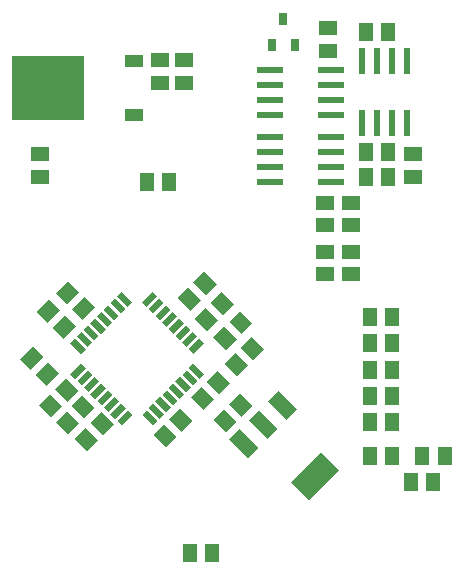
<source format=gbr>
G04 EAGLE Gerber RS-274X export*
G75*
%MOMM*%
%FSLAX34Y34*%
%LPD*%
%INSolderpaste Bottom*%
%IPPOS*%
%AMOC8*
5,1,8,0,0,1.08239X$1,22.5*%
G01*
%ADD10R,1.300000X1.500000*%
%ADD11R,1.500000X1.300000*%
%ADD12R,2.200000X0.600000*%
%ADD13R,0.600000X2.200000*%
%ADD14R,1.270000X0.558800*%
%ADD15R,0.558800X1.270000*%
%ADD16R,0.700000X1.000000*%
%ADD17R,6.200000X5.400000*%
%ADD18R,1.600000X1.000000*%
%ADD19R,1.219200X2.235200*%
%ADD20R,3.600000X2.200000*%


D10*
X428600Y228600D03*
X409600Y228600D03*
X428600Y206375D03*
X409600Y206375D03*
X428600Y184150D03*
X409600Y184150D03*
X428600Y161925D03*
X409600Y161925D03*
D11*
X371475Y284138D03*
X371475Y265138D03*
X393700Y284138D03*
X393700Y265138D03*
X371475Y306413D03*
X371475Y325413D03*
D10*
X220688Y342900D03*
X239688Y342900D03*
D12*
X324838Y412750D03*
X376838Y412750D03*
X324838Y400050D03*
X324838Y425450D03*
X324838Y438150D03*
X376838Y400050D03*
X376838Y425450D03*
X376838Y438150D03*
D10*
X473050Y111125D03*
X454050Y111125D03*
X463525Y88900D03*
X444525Y88900D03*
D12*
X324838Y355600D03*
X376838Y355600D03*
X324838Y342900D03*
X324838Y368300D03*
X324838Y381000D03*
X376838Y342900D03*
X376838Y368300D03*
X376838Y381000D03*
D10*
X406425Y469900D03*
X425425Y469900D03*
D11*
X393700Y306413D03*
X393700Y325413D03*
D10*
X425425Y347663D03*
X406425Y347663D03*
X406425Y368300D03*
X425425Y368300D03*
D11*
X446088Y347688D03*
X446088Y366688D03*
D13*
X415925Y445100D03*
X415925Y393100D03*
X403225Y445100D03*
X428625Y445100D03*
X441325Y445100D03*
X403225Y393100D03*
X428625Y393100D03*
X441325Y393100D03*
D10*
G36*
X157156Y153475D02*
X166348Y162667D01*
X176954Y152061D01*
X167762Y142869D01*
X157156Y153475D01*
G37*
G36*
X143721Y140039D02*
X152913Y149231D01*
X163519Y138625D01*
X154327Y129433D01*
X143721Y140039D01*
G37*
G36*
X246069Y127513D02*
X236877Y118321D01*
X226271Y128927D01*
X235463Y138119D01*
X246069Y127513D01*
G37*
G36*
X259504Y140948D02*
X250312Y131756D01*
X239706Y142362D01*
X248898Y151554D01*
X259504Y140948D01*
G37*
G36*
X266707Y243400D02*
X257515Y234208D01*
X246909Y244814D01*
X256101Y254006D01*
X266707Y243400D01*
G37*
G36*
X280142Y256836D02*
X270950Y247644D01*
X260344Y258250D01*
X269536Y267442D01*
X280142Y256836D01*
G37*
G36*
X122751Y184144D02*
X113559Y193336D01*
X124165Y203942D01*
X133357Y194750D01*
X122751Y184144D01*
G37*
G36*
X136186Y170708D02*
X126994Y179900D01*
X137600Y190506D01*
X146792Y181314D01*
X136186Y170708D01*
G37*
G36*
X179394Y124338D02*
X170202Y115146D01*
X159596Y125752D01*
X168788Y134944D01*
X179394Y124338D01*
G37*
G36*
X192829Y137773D02*
X183637Y128581D01*
X173031Y139187D01*
X182223Y148379D01*
X192829Y137773D01*
G37*
G36*
X151887Y230194D02*
X161079Y221002D01*
X150473Y210396D01*
X141281Y219588D01*
X151887Y230194D01*
G37*
G36*
X138452Y243629D02*
X147644Y234437D01*
X137038Y223831D01*
X127846Y233023D01*
X138452Y243629D01*
G37*
G36*
X167762Y246069D02*
X176954Y236877D01*
X166348Y226271D01*
X157156Y235463D01*
X167762Y246069D01*
G37*
G36*
X154327Y259504D02*
X163519Y250312D01*
X152913Y239706D01*
X143721Y248898D01*
X154327Y259504D01*
G37*
G36*
X271456Y174112D02*
X280648Y183304D01*
X291254Y172698D01*
X282062Y163506D01*
X271456Y174112D01*
G37*
G36*
X258021Y160677D02*
X267213Y169869D01*
X277819Y159263D01*
X268627Y150071D01*
X258021Y160677D01*
G37*
G36*
X300031Y202687D02*
X309223Y211879D01*
X319829Y201273D01*
X310637Y192081D01*
X300031Y202687D01*
G37*
G36*
X286596Y189252D02*
X295788Y198444D01*
X306394Y187838D01*
X297202Y178646D01*
X286596Y189252D01*
G37*
G36*
X296869Y210063D02*
X287677Y200871D01*
X277071Y211477D01*
X286263Y220669D01*
X296869Y210063D01*
G37*
G36*
X310304Y223498D02*
X301112Y214306D01*
X290506Y224912D01*
X299698Y234104D01*
X310304Y223498D01*
G37*
G36*
X280994Y225938D02*
X271802Y216746D01*
X261196Y227352D01*
X270388Y236544D01*
X280994Y225938D01*
G37*
G36*
X294429Y239373D02*
X285237Y230181D01*
X274631Y240787D01*
X283823Y249979D01*
X294429Y239373D01*
G37*
D14*
G36*
X208636Y146037D02*
X199657Y137058D01*
X195706Y141009D01*
X204685Y149988D01*
X208636Y146037D01*
G37*
G36*
X202979Y151694D02*
X194000Y142715D01*
X190049Y146666D01*
X199028Y155645D01*
X202979Y151694D01*
G37*
G36*
X197322Y157350D02*
X188343Y148371D01*
X184392Y152322D01*
X193371Y161301D01*
X197322Y157350D01*
G37*
G36*
X191665Y163007D02*
X182686Y154028D01*
X178735Y157979D01*
X187714Y166958D01*
X191665Y163007D01*
G37*
G36*
X186008Y168664D02*
X177029Y159685D01*
X173078Y163636D01*
X182057Y172615D01*
X186008Y168664D01*
G37*
G36*
X180351Y174321D02*
X171372Y165342D01*
X167421Y169293D01*
X176400Y178272D01*
X180351Y174321D01*
G37*
G36*
X174695Y179978D02*
X165716Y170999D01*
X161765Y174950D01*
X170744Y183929D01*
X174695Y179978D01*
G37*
G36*
X169038Y185635D02*
X160059Y176656D01*
X156108Y180607D01*
X165087Y189586D01*
X169038Y185635D01*
G37*
D15*
G36*
X169038Y201715D02*
X165087Y197764D01*
X156108Y206743D01*
X160059Y210694D01*
X169038Y201715D01*
G37*
G36*
X174695Y207372D02*
X170744Y203421D01*
X161765Y212400D01*
X165716Y216351D01*
X174695Y207372D01*
G37*
G36*
X180351Y213029D02*
X176400Y209078D01*
X167421Y218057D01*
X171372Y222008D01*
X180351Y213029D01*
G37*
G36*
X186008Y218686D02*
X182057Y214735D01*
X173078Y223714D01*
X177029Y227665D01*
X186008Y218686D01*
G37*
G36*
X191665Y224343D02*
X187714Y220392D01*
X178735Y229371D01*
X182686Y233322D01*
X191665Y224343D01*
G37*
G36*
X197322Y230000D02*
X193371Y226049D01*
X184392Y235028D01*
X188343Y238979D01*
X197322Y230000D01*
G37*
G36*
X202979Y235656D02*
X199028Y231705D01*
X190049Y240684D01*
X194000Y244635D01*
X202979Y235656D01*
G37*
G36*
X208636Y241313D02*
X204685Y237362D01*
X195706Y246341D01*
X199657Y250292D01*
X208636Y241313D01*
G37*
D14*
G36*
X229744Y246341D02*
X220765Y237362D01*
X216814Y241313D01*
X225793Y250292D01*
X229744Y246341D01*
G37*
G36*
X235401Y240684D02*
X226422Y231705D01*
X222471Y235656D01*
X231450Y244635D01*
X235401Y240684D01*
G37*
G36*
X241058Y235028D02*
X232079Y226049D01*
X228128Y230000D01*
X237107Y238979D01*
X241058Y235028D01*
G37*
G36*
X246715Y229371D02*
X237736Y220392D01*
X233785Y224343D01*
X242764Y233322D01*
X246715Y229371D01*
G37*
G36*
X252372Y223714D02*
X243393Y214735D01*
X239442Y218686D01*
X248421Y227665D01*
X252372Y223714D01*
G37*
G36*
X258029Y218057D02*
X249050Y209078D01*
X245099Y213029D01*
X254078Y222008D01*
X258029Y218057D01*
G37*
G36*
X263685Y212400D02*
X254706Y203421D01*
X250755Y207372D01*
X259734Y216351D01*
X263685Y212400D01*
G37*
G36*
X269342Y206743D02*
X260363Y197764D01*
X256412Y201715D01*
X265391Y210694D01*
X269342Y206743D01*
G37*
D15*
G36*
X269342Y180607D02*
X265391Y176656D01*
X256412Y185635D01*
X260363Y189586D01*
X269342Y180607D01*
G37*
G36*
X263685Y174950D02*
X259734Y170999D01*
X250755Y179978D01*
X254706Y183929D01*
X263685Y174950D01*
G37*
G36*
X258029Y169293D02*
X254078Y165342D01*
X245099Y174321D01*
X249050Y178272D01*
X258029Y169293D01*
G37*
G36*
X252372Y163636D02*
X248421Y159685D01*
X239442Y168664D01*
X243393Y172615D01*
X252372Y163636D01*
G37*
G36*
X246715Y157979D02*
X242764Y154028D01*
X233785Y163007D01*
X237736Y166958D01*
X246715Y157979D01*
G37*
G36*
X241058Y152322D02*
X237107Y148371D01*
X228128Y157350D01*
X232079Y161301D01*
X241058Y152322D01*
G37*
G36*
X235401Y146666D02*
X231450Y142715D01*
X222471Y151694D01*
X226422Y155645D01*
X235401Y146666D01*
G37*
G36*
X229744Y141009D02*
X225793Y137058D01*
X216814Y146037D01*
X220765Y149988D01*
X229744Y141009D01*
G37*
D11*
X252413Y446063D03*
X252413Y427063D03*
X130175Y366688D03*
X130175Y347688D03*
X231775Y427063D03*
X231775Y446063D03*
D16*
X336550Y480900D03*
X327050Y458900D03*
X346050Y458900D03*
D11*
X374650Y454050D03*
X374650Y473050D03*
D10*
G36*
X149232Y152913D02*
X140040Y143721D01*
X129434Y154327D01*
X138626Y163519D01*
X149232Y152913D01*
G37*
G36*
X162667Y166348D02*
X153475Y157156D01*
X142869Y167762D01*
X152061Y176954D01*
X162667Y166348D01*
G37*
D17*
X136925Y422275D03*
D18*
X209925Y445075D03*
X209925Y399475D03*
D10*
X276200Y28575D03*
X257200Y28575D03*
X409600Y111125D03*
X428600Y111125D03*
X409600Y139700D03*
X428600Y139700D03*
D19*
G36*
X315270Y117863D02*
X306649Y109242D01*
X290844Y125047D01*
X299465Y133668D01*
X315270Y117863D01*
G37*
G36*
X331614Y134207D02*
X322993Y125586D01*
X307188Y141391D01*
X315809Y150012D01*
X331614Y134207D01*
G37*
G36*
X347958Y150551D02*
X339337Y141930D01*
X323532Y157735D01*
X332153Y166356D01*
X347958Y150551D01*
G37*
D20*
G36*
X383732Y98923D02*
X358277Y73468D01*
X342720Y89025D01*
X368175Y114480D01*
X383732Y98923D01*
G37*
D10*
G36*
X290506Y155062D02*
X299698Y164254D01*
X310304Y153648D01*
X301112Y144456D01*
X290506Y155062D01*
G37*
G36*
X277071Y141627D02*
X286263Y150819D01*
X296869Y140213D01*
X287677Y131021D01*
X277071Y141627D01*
G37*
M02*

</source>
